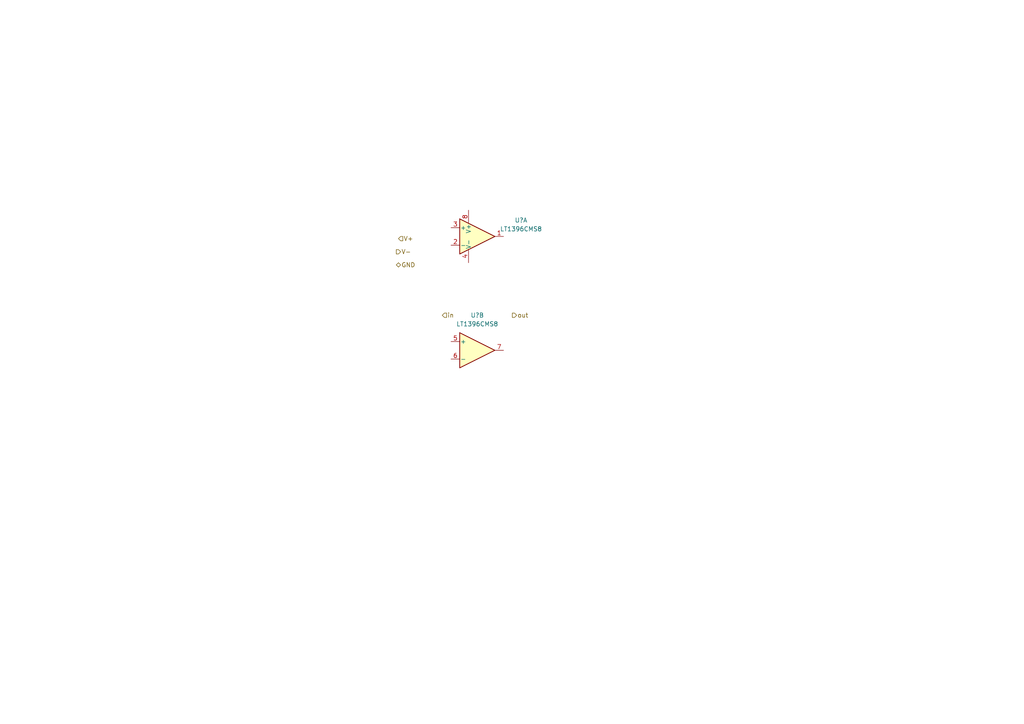
<source format=kicad_sch>
(kicad_sch (version 20211123) (generator eeschema)
  (paper "A4")
  (lib_symbols
    (symbol "200_OPAMP:LT1396CMS8" (pin_names (offset 0.127)) (in_bom no) (on_board no)
      (property "Reference" "U" (at 0 7.62 0))
      (property "Value" "LT1396CMS8" (at 0 5.08 0))
      (symbol "LT1396CMS8_0_1"
        (polyline (pts (xy -5.08 5.08) (xy 5.08 0) (xy -5.08 -5.08) (xy -5.08 5.08)) (stroke (width 0.254)) (fill (type background)))
      )
      (symbol "LT1396CMS8_1_1"
        (pin output line (at 7.62 0 180) (length 2.54) (name "~") (number "1"))
        (pin input line (at -7.62 -2.54 0) (length 2.54) (name "-") (number "2"))
        (pin input line (at -7.62 2.54 0) (length 2.54) (name "+") (number "3"))
        (pin power_in line (at -2.54 -7.62 90) (length 3.81) (name "V-") (number "4"))
        (pin power_in line (at -2.54 7.62 270) (length 3.81) (name "V+") (number "8"))
      )
      (symbol "LT1396CMS8_2_1"
        (pin input line (at -7.62 2.54 0) (length 2.54) (name "+") (number "5"))
        (pin input line (at -7.62 -2.54 0) (length 2.54) (name "-") (number "6"))
        (pin output line (at 7.62 0 180) (length 2.54) (name "~") (number "7"))
      )
    )
  )
  (hierarchical_label "GND" (shape bidirectional) (at 114.935 76.835 0))
  (hierarchical_label "V-" (shape output) (at 114.935 73.025 0))
  (hierarchical_label "out" (shape output) (at 148.59 91.44 0))
  (hierarchical_label "V+" (shape input) (at 115.57 69.215 0))
  (hierarchical_label "in" (shape input) (at 128.27 91.44 0))
  (symbol (lib_id "200_OPAMP:LT1396CMS8") (at 138.43 68.58 0) (unit 1) (in_bom no) (on_board no)
    (property "Reference" "U?" (at 151.13 63.881 0))
    (property "Value" "LT1396CMS8" (at 151.13 66.421 0))
    (property "Footprint" "Package_SO:MSOP-8_3x3mm_P0.65mm" (effects hide))
    (property "Datasheet" "https://www.analog.com/media/en/technical-documentation/tech-articles/lt-journal-article/LT1395_0200_Mag.pdf" (effects hide))
  )
  (symbol (lib_id "200_OPAMP:LT1396CMS8") (at 138.43 101.6 0) (unit 2) (in_bom no) (on_board no)
    (property "Reference" "U?" (at 138.43 91.44 0))
    (property "Value" "LT1396CMS8" (at 138.43 93.98 0))
    (property "Footprint" "Package_SO:MSOP-8_3x3mm_P0.65mm" (effects hide))
    (property "Datasheet" "https://www.analog.com/media/en/technical-documentation/tech-articles/lt-journal-article/LT1395_0200_Mag.pdf" (effects hide))
  )
)
</source>
